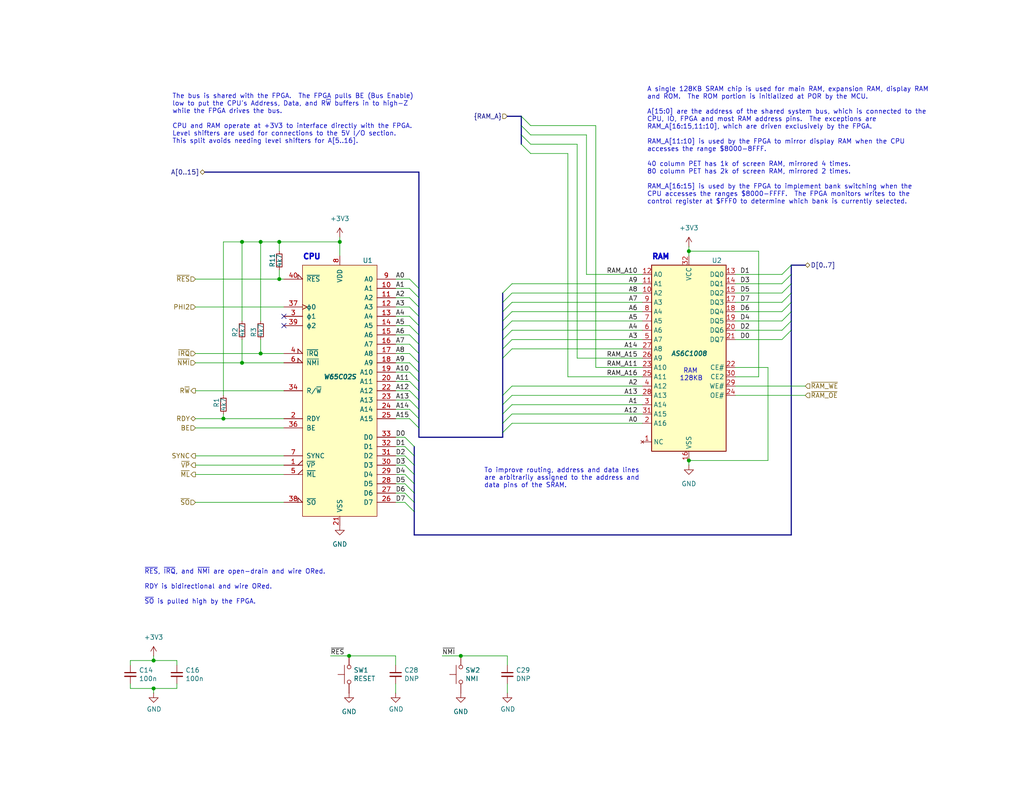
<source format=kicad_sch>
(kicad_sch (version 20231120) (generator "eeschema") (generator_version "8.0")
  (paper "A")
  (title_block (title "EconoPET 40/8096") (date "2023-10-01") (rev "A"))
  (lib_symbols
    (symbol "Device:C_Small" (pin_numbers hide) (pin_names (offset 0.254) hide)
      (property "Reference" "C" (at 0.254 1.778 0))
      (property "Value" "C_Small" (at 0.254 -2.032 0))
      (symbol "C_Small_0_1"
        (polyline (pts (xy -1.524 -0.508) (xy 1.524 -0.508)) (stroke (width 0.3302)))
        (polyline (pts (xy -1.524 0.508) (xy 1.524 0.508)) (stroke (width 0.3048)))
      )
      (symbol "C_Small_1_1"
        (pin passive line (at 0 2.54 270) (length 2.032) (name "~") (number "1"))
        (pin passive line (at 0 -2.54 90) (length 2.032) (name "~") (number "2"))
      )
    )
    (symbol "Device:R_Small" (pin_numbers hide) (pin_names (offset 0.254) hide)
      (property "Reference" "R" (at 0.762 0.508 0))
      (property "Value" "R_Small" (at 0.762 -1.016 0))
      (symbol "R_Small_0_1"
        (rectangle (start -0.762 1.778) (end 0.762 -1.778) (stroke (width 0.2032)))
      )
      (symbol "R_Small_1_1"
        (pin passive line (at 0 2.54 270) (length 0.762) (name "~") (number "1"))
        (pin passive line (at 0 -2.54 90) (length 0.762) (name "~") (number "2"))
      )
    )
    (symbol "EconoPET:AS6C1008"
      (property "Reference" "U" (at 7.62 26.67 0))
      (property "Value" "AS6C1008" (at 0 1.27 0))
      (symbol "AS6C1008_0_0"
        (pin power_in line (at 0 -27.94 90) (length 2.54) (name "VSS") (number "16"))
        (pin power_in line (at 0 27.94 270) (length 2.54) (name "VCC") (number "32"))
      )
      (symbol "AS6C1008_0_1"
        (rectangle (start -10.16 25.4) (end 10.16 -25.4) (stroke (width 0.254)) (fill (type background)))
      )
      (symbol "AS6C1008_1_1"
        (pin no_connect line (at -12.7 -22.86 0) (length 2.54) (name "NC") (number "1"))
        (pin input line (at -12.7 17.78 0) (length 2.54) (name "A2") (number "10"))
        (pin input line (at -12.7 20.32 0) (length 2.54) (name "A1") (number "11"))
        (pin input line (at -12.7 22.86 0) (length 2.54) (name "A0") (number "12"))
        (pin tri_state line (at 12.7 22.86 180) (length 2.54) (name "DQ0") (number "13"))
        (pin tri_state line (at 12.7 20.32 180) (length 2.54) (name "DQ1") (number "14"))
        (pin tri_state line (at 12.7 17.78 180) (length 2.54) (name "DQ2") (number "15"))
        (pin tri_state line (at 12.7 15.24 180) (length 2.54) (name "DQ3") (number "17"))
        (pin tri_state line (at 12.7 12.7 180) (length 2.54) (name "DQ4") (number "18"))
        (pin tri_state line (at 12.7 10.16 180) (length 2.54) (name "DQ5") (number "19"))
        (pin input line (at -12.7 -17.78 0) (length 2.54) (name "A16") (number "2"))
        (pin tri_state line (at 12.7 7.62 180) (length 2.54) (name "DQ6") (number "20"))
        (pin tri_state line (at 12.7 5.08 180) (length 2.54) (name "DQ7") (number "21"))
        (pin input line (at 12.7 -2.54 180) (length 2.54) (name "CE#") (number "22"))
        (pin input line (at -12.7 -2.54 0) (length 2.54) (name "A10") (number "23"))
        (pin input line (at 12.7 -10.16 180) (length 2.54) (name "OE#") (number "24"))
        (pin input line (at -12.7 -5.08 0) (length 2.54) (name "A11") (number "25"))
        (pin input line (at -12.7 0 0) (length 2.54) (name "A9") (number "26"))
        (pin input line (at -12.7 2.54 0) (length 2.54) (name "A8") (number "27"))
        (pin input line (at -12.7 -10.16 0) (length 2.54) (name "A13") (number "28"))
        (pin input line (at 12.7 -7.62 180) (length 2.54) (name "WE#") (number "29"))
        (pin input line (at -12.7 -12.7 0) (length 2.54) (name "A14") (number "3"))
        (pin input line (at 12.7 -5.08 180) (length 2.54) (name "CE2") (number "30"))
        (pin input line (at -12.7 -15.24 0) (length 2.54) (name "A15") (number "31"))
        (pin input line (at -12.7 -7.62 0) (length 2.54) (name "A12") (number "4"))
        (pin input line (at -12.7 5.08 0) (length 2.54) (name "A7") (number "5"))
        (pin input line (at -12.7 7.62 0) (length 2.54) (name "A6") (number "6"))
        (pin input line (at -12.7 10.16 0) (length 2.54) (name "A5") (number "7"))
        (pin input line (at -12.7 12.7 0) (length 2.54) (name "A4") (number "8"))
        (pin input line (at -12.7 15.24 0) (length 2.54) (name "A3") (number "9"))
      )
    )
    (symbol "EconoPET:W65C02S" (pin_names (offset 1.016))
      (property "Reference" "U" (at 7.62 35.56 0))
      (property "Value" "W65C02S" (at 0 3.81 0))
      (symbol "W65C02S_0_1"
        (rectangle (start -10.16 34.29) (end 10.16 -34.29) (fill (type background)))
      )
      (symbol "W65C02S_1_1"
        (pin output output_low (at -15.24 -20.32 0) (length 5.08) (name "~{VP}") (number "1"))
        (pin tri_state line (at 15.24 27.94 180) (length 5.08) (name "A1") (number "10"))
        (pin tri_state line (at 15.24 25.4 180) (length 5.08) (name "A2") (number "11"))
        (pin tri_state line (at 15.24 22.86 180) (length 5.08) (name "A3") (number "12"))
        (pin tri_state line (at 15.24 20.32 180) (length 5.08) (name "A4") (number "13"))
        (pin tri_state line (at 15.24 17.78 180) (length 5.08) (name "A5") (number "14"))
        (pin tri_state line (at 15.24 15.24 180) (length 5.08) (name "A6") (number "15"))
        (pin tri_state line (at 15.24 12.7 180) (length 5.08) (name "A7") (number "16"))
        (pin tri_state line (at 15.24 10.16 180) (length 5.08) (name "A8") (number "17"))
        (pin tri_state line (at 15.24 7.62 180) (length 5.08) (name "A9") (number "18"))
        (pin tri_state line (at 15.24 5.08 180) (length 5.08) (name "A10") (number "19"))
        (pin open_collector line (at -15.24 -7.62 0) (length 5.08) (name "RDY") (number "2"))
        (pin tri_state line (at 15.24 2.54 180) (length 5.08) (name "A11") (number "20"))
        (pin power_in line (at 0 -36.83 90) (length 2.54) (name "VSS") (number "21"))
        (pin tri_state line (at 15.24 0 180) (length 5.08) (name "A12") (number "22"))
        (pin tri_state line (at 15.24 -2.54 180) (length 5.08) (name "A13") (number "23"))
        (pin tri_state line (at 15.24 -5.08 180) (length 5.08) (name "A14") (number "24"))
        (pin tri_state line (at 15.24 -7.62 180) (length 5.08) (name "A15") (number "25"))
        (pin bidirectional line (at 15.24 -30.48 180) (length 5.08) (name "D7") (number "26"))
        (pin bidirectional line (at 15.24 -27.94 180) (length 5.08) (name "D6") (number "27"))
        (pin bidirectional line (at 15.24 -25.4 180) (length 5.08) (name "D5") (number "28"))
        (pin bidirectional line (at 15.24 -22.86 180) (length 5.08) (name "D4") (number "29"))
        (pin output line (at -15.24 20.32 0) (length 5.08) (name "ϕ1") (number "3"))
        (pin bidirectional line (at 15.24 -20.32 180) (length 5.08) (name "D3") (number "30"))
        (pin bidirectional line (at 15.24 -17.78 180) (length 5.08) (name "D2") (number "31"))
        (pin bidirectional line (at 15.24 -15.24 180) (length 5.08) (name "D1") (number "32"))
        (pin bidirectional line (at 15.24 -12.7 180) (length 5.08) (name "D0") (number "33"))
        (pin tri_state line (at -15.24 0 0) (length 5.08) (name "R/~{W}") (number "34"))
        (pin no_connect non_logic (at -10.16 -27.94 0) (length 2.54) hide (name "nc") (number "35"))
        (pin input line (at -15.24 -10.16 0) (length 5.08) (name "BE") (number "36"))
        (pin input clock (at -15.24 22.86 0) (length 5.08) (name "ϕ0") (number "37"))
        (pin input input_low (at -15.24 -30.48 0) (length 5.08) (name "~{SO}") (number "38"))
        (pin output line (at -15.24 17.78 0) (length 5.08) (name "ϕ2") (number "39"))
        (pin input input_low (at -15.24 10.16 0) (length 5.08) (name "~{IRQ}") (number "4"))
        (pin input input_low (at -15.24 30.48 0) (length 5.08) (name "~{RES}") (number "40"))
        (pin output output_low (at -15.24 -22.86 0) (length 5.08) (name "~{ML}") (number "5"))
        (pin input input_low (at -15.24 7.62 0) (length 5.08) (name "~{NMI}") (number "6"))
        (pin output line (at -15.24 -17.78 0) (length 5.08) (name "SYNC") (number "7"))
        (pin power_in line (at 0 36.83 270) (length 2.54) (name "VDD") (number "8"))
        (pin tri_state line (at 15.24 30.48 180) (length 5.08) (name "A0") (number "9"))
      )
    )
    (symbol "Switch:SW_Push" (pin_numbers hide) (pin_names (offset 1.016) hide)
      (property "Reference" "SW" (at 1.27 2.54 0))
      (property "Value" "SW_Push" (at 0 -1.524 0))
      (symbol "SW_Push_0_1"
        (circle (center -2.032 0) (radius 0.508))
        (polyline (pts (xy 0 1.27) (xy 0 3.048)))
        (polyline (pts (xy 2.54 1.27) (xy -2.54 1.27)))
        (circle (center 2.032 0) (radius 0.508))
        (pin passive line (at -5.08 0 0) (length 2.54) (name "1") (number "1"))
        (pin passive line (at 5.08 0 180) (length 2.54) (name "2") (number "2"))
      )
    )
    (symbol "power:+3V3" (power) (pin_numbers hide) (pin_names (offset 0) hide)
      (property "Value" "+3V3" (at 0 3.556 0))
      (symbol "+3V3_0_1"
        (polyline (pts (xy -0.762 1.27) (xy 0 2.54)))
        (polyline (pts (xy 0 0) (xy 0 2.54)))
        (polyline (pts (xy 0 2.54) (xy 0.762 1.27)))
      )
      (symbol "+3V3_1_1"
        (pin power_in line (at 0 0 90) (length 0) (name "~") (number "1"))
      )
    )
    (symbol "power:GND" (power) (pin_numbers hide) (pin_names (offset 0) hide)
      (property "Value" "GND" (at 0 -3.81 0))
      (symbol "GND_0_1"
        (polyline (pts (xy 0 0) (xy 0 -1.27) (xy 1.27 -1.27) (xy 0 -2.54) (xy -1.27 -1.27) (xy 0 -1.27)))
      )
      (symbol "GND_1_1"
        (pin power_in line (at 0 0 270) (length 0) (name "~") (number "1"))
      )
    )
  )
  (bus_alias "RAM_A" (members "RAM_A10" "RAM_A11" "RAM_A15" "RAM_A16"))
  (junction (at 41.91 180.34))
  (junction (at 187.96 68.58))
  (junction (at 187.96 125.73))
  (junction (at 76.2 66.04))
  (junction (at 92.71 66.04))
  (junction (at 76.2 76.2))
  (junction (at 71.12 96.52))
  (junction (at 95.25 179.07))
  (junction (at 71.12 66.04))
  (junction (at 60.96 114.3))
  (junction (at 41.91 187.96))
  (junction (at 125.73 179.07))
  (junction (at 66.04 99.06))
  (junction (at 66.04 66.04))
  (no_connect (at 77.47 86.36))
  (no_connect (at 77.47 88.9))
  (bus_entry (at 144.78 39.37) (size -2.54 -2.54))
  (bus_entry (at 110.49 119.38) (size 2.54 2.54))
  (bus_entry (at 213.36 87.63) (size 2.54 -2.54))
  (bus_entry (at 110.49 124.46) (size 2.54 2.54))
  (bus_entry (at 139.7 92.71) (size -2.54 2.54))
  (bus_entry (at 111.76 83.82) (size 2.54 2.54))
  (bus_entry (at 139.7 115.57) (size -2.54 2.54))
  (bus_entry (at 110.49 132.08) (size 2.54 2.54))
  (bus_entry (at 139.7 90.17) (size -2.54 2.54))
  (bus_entry (at 111.76 101.6) (size 2.54 2.54))
  (bus_entry (at 111.76 93.98) (size 2.54 2.54))
  (bus_entry (at 111.76 88.9) (size 2.54 2.54))
  (bus_entry (at 110.49 137.16) (size 2.54 2.54))
  (bus_entry (at 110.49 127) (size 2.54 2.54))
  (bus_entry (at 213.36 90.17) (size 2.54 -2.54))
  (bus_entry (at 139.7 110.49) (size -2.54 2.54))
  (bus_entry (at 111.76 76.2) (size 2.54 2.54))
  (bus_entry (at 144.78 36.83) (size -2.54 -2.54))
  (bus_entry (at 144.78 34.29) (size -2.54 -2.54))
  (bus_entry (at 111.76 78.74) (size 2.54 2.54))
  (bus_entry (at 139.7 87.63) (size -2.54 2.54))
  (bus_entry (at 139.7 80.01) (size -2.54 2.54))
  (bus_entry (at 144.78 41.91) (size -2.54 -2.54))
  (bus_entry (at 213.36 92.71) (size 2.54 -2.54))
  (bus_entry (at 213.36 85.09) (size 2.54 -2.54))
  (bus_entry (at 139.7 82.55) (size -2.54 2.54))
  (bus_entry (at 139.7 105.41) (size -2.54 2.54))
  (bus_entry (at 213.36 77.47) (size 2.54 -2.54))
  (bus_entry (at 110.49 121.92) (size 2.54 2.54))
  (bus_entry (at 111.76 99.06) (size 2.54 2.54))
  (bus_entry (at 111.76 91.44) (size 2.54 2.54))
  (bus_entry (at 111.76 96.52) (size 2.54 2.54))
  (bus_entry (at 111.76 104.14) (size 2.54 2.54))
  (bus_entry (at 110.49 129.54) (size 2.54 2.54))
  (bus_entry (at 213.36 74.93) (size 2.54 -2.54))
  (bus_entry (at 139.7 107.95) (size -2.54 2.54))
  (bus_entry (at 111.76 114.3) (size 2.54 2.54))
  (bus_entry (at 213.36 82.55) (size 2.54 -2.54))
  (bus_entry (at 139.7 95.25) (size -2.54 2.54))
  (bus_entry (at 111.76 106.68) (size 2.54 2.54))
  (bus_entry (at 111.76 111.76) (size 2.54 2.54))
  (bus_entry (at 110.49 134.62) (size 2.54 2.54))
  (bus_entry (at 139.7 85.09) (size -2.54 2.54))
  (bus_entry (at 139.7 113.03) (size -2.54 2.54))
  (bus_entry (at 213.36 80.01) (size 2.54 -2.54))
  (bus_entry (at 111.76 86.36) (size 2.54 2.54))
  (bus_entry (at 111.76 109.22) (size 2.54 2.54))
  (bus_entry (at 139.7 77.47) (size -2.54 2.54))
  (bus_entry (at 111.76 81.28) (size 2.54 2.54))
  (bus (pts (xy 142.24 34.29) (xy 142.24 36.83)))
  (wire (pts (xy 187.96 68.58) (xy 207.01 68.58)))
  (bus (pts (xy 215.9 77.47) (xy 215.9 80.01)))
  (bus (pts (xy 114.3 46.99) (xy 55.88 46.99)))
  (bus (pts (xy 215.9 72.39) (xy 219.71 72.39)))
  (wire (pts (xy 35.56 180.34) (xy 35.56 181.61)))
  (wire (pts (xy 66.04 92.71) (xy 66.04 99.06)))
  (wire (pts (xy 187.96 127) (xy 187.96 125.73)))
  (wire (pts (xy 200.66 102.87) (xy 207.01 102.87)))
  (bus (pts (xy 137.16 80.01) (xy 137.16 82.55)))
  (wire (pts (xy 139.7 80.01) (xy 175.26 80.01)))
  (wire (pts (xy 209.55 125.73) (xy 187.96 125.73)))
  (wire (pts (xy 107.95 88.9) (xy 111.76 88.9)))
  (wire (pts (xy 200.66 92.71) (xy 213.36 92.71)))
  (wire (pts (xy 66.04 66.04) (xy 66.04 87.63)))
  (wire (pts (xy 107.95 86.36) (xy 111.76 86.36)))
  (wire (pts (xy 41.91 179.07) (xy 41.91 180.34)))
  (bus (pts (xy 114.3 93.98) (xy 114.3 96.52)))
  (bus (pts (xy 114.3 83.82) (xy 114.3 86.36)))
  (wire (pts (xy 107.95 129.54) (xy 110.49 129.54)))
  (wire (pts (xy 107.95 127) (xy 110.49 127)))
  (bus (pts (xy 114.3 109.22) (xy 114.3 111.76)))
  (bus (pts (xy 114.3 91.44) (xy 114.3 93.98)))
  (wire (pts (xy 200.66 85.09) (xy 213.36 85.09)))
  (bus (pts (xy 137.16 90.17) (xy 137.16 92.71)))
  (wire (pts (xy 200.66 100.33) (xy 209.55 100.33)))
  (wire (pts (xy 107.95 93.98) (xy 111.76 93.98)))
  (bus (pts (xy 114.3 81.28) (xy 114.3 83.82)))
  (wire (pts (xy 139.7 105.41) (xy 175.26 105.41)))
  (bus (pts (xy 215.9 87.63) (xy 215.9 90.17)))
  (wire (pts (xy 107.95 104.14) (xy 111.76 104.14)))
  (bus (pts (xy 114.3 111.76) (xy 114.3 114.3)))
  (bus (pts (xy 215.9 82.55) (xy 215.9 85.09)))
  (wire (pts (xy 77.47 116.84) (xy 53.34 116.84)))
  (wire (pts (xy 219.71 107.95) (xy 200.66 107.95)))
  (wire (pts (xy 207.01 68.58) (xy 207.01 102.87)))
  (bus (pts (xy 114.3 101.6) (xy 114.3 104.14)))
  (wire (pts (xy 107.95 111.76) (xy 111.76 111.76)))
  (bus (pts (xy 137.16 92.71) (xy 137.16 95.25)))
  (wire (pts (xy 107.95 81.28) (xy 111.76 81.28)))
  (wire (pts (xy 66.04 66.04) (xy 71.12 66.04)))
  (wire (pts (xy 139.7 90.17) (xy 175.26 90.17)))
  (bus (pts (xy 215.9 74.93) (xy 215.9 77.47)))
  (bus (pts (xy 114.3 116.84) (xy 114.3 119.38)))
  (wire (pts (xy 219.71 105.41) (xy 200.66 105.41)))
  (wire (pts (xy 71.12 96.52) (xy 71.12 92.71)))
  (wire (pts (xy 53.34 129.54) (xy 77.47 129.54)))
  (wire (pts (xy 139.7 115.57) (xy 175.26 115.57)))
  (wire (pts (xy 48.26 186.69) (xy 48.26 187.96)))
  (bus (pts (xy 114.3 104.14) (xy 114.3 106.68)))
  (wire (pts (xy 77.47 106.68) (xy 53.34 106.68)))
  (bus (pts (xy 137.16 113.03) (xy 137.16 115.57)))
  (bus (pts (xy 142.24 36.83) (xy 142.24 39.37)))
  (wire (pts (xy 175.26 97.79) (xy 157.48 97.79)))
  (wire (pts (xy 139.7 77.47) (xy 175.26 77.47)))
  (wire (pts (xy 139.7 85.09) (xy 175.26 85.09)))
  (wire (pts (xy 107.95 121.92) (xy 110.49 121.92)))
  (wire (pts (xy 187.96 67.31) (xy 187.96 68.58)))
  (wire (pts (xy 162.56 34.29) (xy 162.56 100.33)))
  (wire (pts (xy 125.73 179.07) (xy 138.43 179.07)))
  (wire (pts (xy 107.95 96.52) (xy 111.76 96.52)))
  (bus (pts (xy 114.3 88.9) (xy 114.3 91.44)))
  (bus (pts (xy 114.3 96.52) (xy 114.3 99.06)))
  (wire (pts (xy 60.96 107.95) (xy 60.96 66.04)))
  (wire (pts (xy 53.34 114.3) (xy 60.96 114.3)))
  (wire (pts (xy 144.78 36.83) (xy 160.02 36.83)))
  (bus (pts (xy 137.16 82.55) (xy 137.16 85.09)))
  (bus (pts (xy 113.03 129.54) (xy 113.03 132.08)))
  (wire (pts (xy 187.96 68.58) (xy 187.96 69.85)))
  (wire (pts (xy 107.95 132.08) (xy 110.49 132.08)))
  (wire (pts (xy 53.34 127) (xy 77.47 127)))
  (bus (pts (xy 114.3 114.3) (xy 114.3 116.84)))
  (bus (pts (xy 114.3 78.74) (xy 114.3 46.99)))
  (bus (pts (xy 113.03 146.05) (xy 113.03 139.7)))
  (wire (pts (xy 35.56 187.96) (xy 41.91 187.96)))
  (wire (pts (xy 139.7 107.95) (xy 175.26 107.95)))
  (bus (pts (xy 113.03 124.46) (xy 113.03 127)))
  (bus (pts (xy 114.3 106.68) (xy 114.3 109.22)))
  (wire (pts (xy 160.02 74.93) (xy 175.26 74.93)))
  (wire (pts (xy 76.2 66.04) (xy 92.71 66.04)))
  (bus (pts (xy 114.3 78.74) (xy 114.3 81.28)))
  (wire (pts (xy 53.34 99.06) (xy 66.04 99.06)))
  (wire (pts (xy 160.02 36.83) (xy 160.02 74.93)))
  (wire (pts (xy 95.25 179.07) (xy 107.95 179.07)))
  (wire (pts (xy 139.7 87.63) (xy 175.26 87.63)))
  (bus (pts (xy 113.03 132.08) (xy 113.03 134.62)))
  (wire (pts (xy 41.91 189.23) (xy 41.91 187.96)))
  (wire (pts (xy 139.7 113.03) (xy 175.26 113.03)))
  (bus (pts (xy 137.16 110.49) (xy 137.16 113.03)))
  (wire (pts (xy 107.95 76.2) (xy 111.76 76.2)))
  (bus (pts (xy 137.16 87.63) (xy 137.16 90.17)))
  (wire (pts (xy 144.78 34.29) (xy 162.56 34.29)))
  (bus (pts (xy 142.24 31.75) (xy 142.24 34.29)))
  (wire (pts (xy 200.66 90.17) (xy 213.36 90.17)))
  (wire (pts (xy 144.78 41.91) (xy 154.94 41.91)))
  (bus (pts (xy 113.03 127) (xy 113.03 129.54)))
  (wire (pts (xy 200.66 74.93) (xy 213.36 74.93)))
  (wire (pts (xy 53.34 76.2) (xy 76.2 76.2)))
  (bus (pts (xy 113.03 121.92) (xy 113.03 124.46)))
  (wire (pts (xy 107.95 189.23) (xy 107.95 186.69)))
  (wire (pts (xy 139.7 92.71) (xy 175.26 92.71)))
  (wire (pts (xy 200.66 80.01) (xy 213.36 80.01)))
  (bus (pts (xy 138.43 31.75) (xy 142.24 31.75)))
  (wire (pts (xy 200.66 82.55) (xy 213.36 82.55)))
  (wire (pts (xy 41.91 180.34) (xy 48.26 180.34)))
  (bus (pts (xy 137.16 115.57) (xy 137.16 118.11)))
  (bus (pts (xy 114.3 86.36) (xy 114.3 88.9)))
  (wire (pts (xy 77.47 83.82) (xy 53.34 83.82)))
  (wire (pts (xy 157.48 97.79) (xy 157.48 39.37)))
  (wire (pts (xy 60.96 113.03) (xy 60.96 114.3)))
  (wire (pts (xy 138.43 189.23) (xy 138.43 186.69)))
  (bus (pts (xy 114.3 99.06) (xy 114.3 101.6)))
  (wire (pts (xy 53.34 96.52) (xy 71.12 96.52)))
  (wire (pts (xy 107.95 99.06) (xy 111.76 99.06)))
  (wire (pts (xy 71.12 66.04) (xy 76.2 66.04)))
  (wire (pts (xy 92.71 66.04) (xy 92.71 69.85)))
  (bus (pts (xy 137.16 85.09) (xy 137.16 87.63)))
  (wire (pts (xy 92.71 64.77) (xy 92.71 66.04)))
  (bus (pts (xy 215.9 85.09) (xy 215.9 87.63)))
  (wire (pts (xy 138.43 181.61) (xy 138.43 179.07)))
  (wire (pts (xy 48.26 180.34) (xy 48.26 181.61)))
  (wire (pts (xy 154.94 41.91) (xy 154.94 102.87)))
  (wire (pts (xy 35.56 186.69) (xy 35.56 187.96)))
  (bus (pts (xy 137.16 119.38) (xy 137.16 118.11)))
  (wire (pts (xy 107.95 124.46) (xy 110.49 124.46)))
  (wire (pts (xy 107.95 101.6) (xy 111.76 101.6)))
  (wire (pts (xy 200.66 77.47) (xy 213.36 77.47)))
  (wire (pts (xy 35.56 180.34) (xy 41.91 180.34)))
  (wire (pts (xy 107.95 114.3) (xy 111.76 114.3)))
  (wire (pts (xy 144.78 39.37) (xy 157.48 39.37)))
  (bus (pts (xy 215.9 146.05) (xy 113.03 146.05)))
  (bus (pts (xy 215.9 80.01) (xy 215.9 82.55)))
  (wire (pts (xy 53.34 137.16) (xy 77.47 137.16)))
  (wire (pts (xy 107.95 91.44) (xy 111.76 91.44)))
  (wire (pts (xy 107.95 78.74) (xy 111.76 78.74)))
  (bus (pts (xy 113.03 134.62) (xy 113.03 137.16)))
  (wire (pts (xy 107.95 134.62) (xy 110.49 134.62)))
  (wire (pts (xy 139.7 82.55) (xy 175.26 82.55)))
  (wire (pts (xy 66.04 99.06) (xy 77.47 99.06)))
  (wire (pts (xy 209.55 100.33) (xy 209.55 125.73)))
  (wire (pts (xy 41.91 187.96) (xy 48.26 187.96)))
  (wire (pts (xy 107.95 83.82) (xy 111.76 83.82)))
  (wire (pts (xy 154.94 102.87) (xy 175.26 102.87)))
  (wire (pts (xy 139.7 95.25) (xy 175.26 95.25)))
  (bus (pts (xy 114.3 119.38) (xy 137.16 119.38)))
  (wire (pts (xy 107.95 137.16) (xy 110.49 137.16)))
  (wire (pts (xy 60.96 114.3) (xy 77.47 114.3)))
  (wire (pts (xy 200.66 87.63) (xy 213.36 87.63)))
  (wire (pts (xy 107.95 119.38) (xy 110.49 119.38)))
  (wire (pts (xy 139.7 110.49) (xy 175.26 110.49)))
  (wire (pts (xy 71.12 66.04) (xy 71.12 87.63)))
  (bus (pts (xy 113.03 137.16) (xy 113.03 139.7)))
  (wire (pts (xy 107.95 109.22) (xy 111.76 109.22)))
  (wire (pts (xy 60.96 66.04) (xy 66.04 66.04)))
  (bus (pts (xy 215.9 90.17) (xy 215.9 146.05)))
  (wire (pts (xy 90.17 179.07) (xy 95.25 179.07)))
  (bus (pts (xy 137.16 107.95) (xy 137.16 110.49)))
  (bus (pts (xy 137.16 97.79) (xy 137.16 107.95)))
  (wire (pts (xy 107.95 106.68) (xy 111.76 106.68)))
  (wire (pts (xy 120.65 179.07) (xy 125.73 179.07)))
  (wire (pts (xy 76.2 76.2) (xy 77.47 76.2)))
  (wire (pts (xy 76.2 66.04) (xy 76.2 68.58)))
  (wire (pts (xy 76.2 73.66) (xy 76.2 76.2)))
  (bus (pts (xy 215.9 72.39) (xy 215.9 74.93)))
  (wire (pts (xy 162.56 100.33) (xy 175.26 100.33)))
  (wire (pts (xy 107.95 179.07) (xy 107.95 181.61)))
  (wire (pts (xy 71.12 96.52) (xy 77.47 96.52)))
  (bus (pts (xy 137.16 95.25) (xy 137.16 97.79)))
  (wire (pts (xy 53.34 124.46) (xy 77.47 124.46)))
  (text "RAM" (at 177.8 71.12 0) (effects (font (size 1.5 1.5) (thickness 0.8) (bold yes)) (justify left bottom)))
  (text "A single 128KB SRAM chip is used for main RAM, expansion RAM, display RAM\nand ROM.  The ROM portion is initialized at POR by the MCU.\n\nA[15:0] are the address of the shared system bus, which is connected to the\nCPU, IO, FPGA and most RAM address pins.  The exceptions are\nRAM_A[16:15,11:10], which are driven exclusively by the FPGA.\n\nRAM_A[11:10] is used by the FPGA to mirror display RAM when the CPU\naccesses the range $8000-8FFF.\n\n40 column PET has 1k of screen RAM, mirrored 4 times.\n80 column PET has 2k of screen RAM, mirrored 2 times.\n\nRAM_A[16:15] is used by the FPGA to implement bank switching when the\nCPU accesses the ranges $8000-FFFF.  The FPGA monitors writes to the\ncontrol register at $FFF0 to determine which bank is currently selected." (at 176.53 55.88 0) (effects (font (size 1.27 1.27)) (justify left bottom)))
  (text "To improve routing, address and data lines\nare arbitrarily assigned to the address and\ndata pins of the SRAM." (at 132.08 133.35 0) (effects (font (size 1.27 1.27)) (justify left bottom)))
  (text "~{RES}, ~{IRQ}, and ~{NMI} are open-drain and wire ORed.\n\nRDY is bidirectional and wire ORed.\n\n~{SO} is pulled high by the FPGA." (at 39.37 165.1 0) (effects (font (size 1.27 1.27)) (justify left bottom)))
  (text " RAM\n128KB" (at 185.42 104.14 0) (effects (font (size 1.27 1.27)) (justify left bottom)))
  (text "CPU" (at 82.55 71.12 0) (effects (font (size 1.5 1.5) (thickness 0.8) (bold yes)) (justify left bottom)))
  (text "The bus is shared with the FPGA.  The FPGA pulls BE (Bus Enable)\nlow to put the CPU's Address, Data, and R~{W} buffers in to high-Z\nwhile the FPGA drives the bus.\n\nCPU and RAM operate at +3V3 to interface directly with the FPGA.\nLevel shifters are used for connections to the 5V I/O section.\nThis split avoids needing level shifters for A[5..16]." (at 46.99 39.37 0) (effects (font (size 1.27 1.27)) (justify left bottom)))
  (label "D5" (at 107.95 132.08 0))
  (label "A3" (at 107.95 83.82 0))
  (label "A0" (at 107.95 76.2 0))
  (label "D0" (at 201.93 92.71 0))
  (label "RAM_A15" (at 173.99 97.79 180))
  (label "A13" (at 107.95 109.22 0))
  (label "D2" (at 107.95 124.46 0))
  (label "D5" (at 201.93 80.01 0))
  (label "RAM_A10" (at 173.99 74.93 180))
  (label "A1" (at 173.99 110.49 180))
  (label "A14" (at 173.99 95.25 180))
  (label "D0" (at 107.95 119.38 0))
  (label "D1" (at 201.93 74.93 0))
  (label "D6" (at 201.93 85.09 0))
  (label "A2" (at 173.99 105.41 180))
  (label "A12" (at 107.95 106.68 0))
  (label "A10" (at 107.95 101.6 0))
  (label "A8" (at 173.99 80.01 180))
  (label "A5" (at 107.95 88.9 0))
  (label "A14" (at 107.95 111.76 0))
  (label "A8" (at 107.95 96.52 0))
  (label "A9" (at 107.95 99.06 0))
  (label "A11" (at 107.95 104.14 0))
  (label "A0" (at 173.99 115.57 180))
  (label "RAM_A11" (at 173.99 100.33 180))
  (label "A7" (at 173.99 82.55 180))
  (label "D1" (at 107.95 121.92 0))
  (label "A4" (at 107.95 86.36 0))
  (label "A15" (at 107.95 114.3 0))
  (label "D2" (at 201.93 90.17 0))
  (label "A3" (at 173.99 92.71 180))
  (label "A13" (at 173.99 107.95 180))
  (label "RAM_A16" (at 173.99 102.87 180))
  (label "~{RES}" (at 90.17 179.07 0))
  (label "A9" (at 173.99 77.47 180))
  (label "D7" (at 107.95 137.16 0))
  (label "D3" (at 201.93 77.47 0))
  (label "D4" (at 201.93 87.63 0))
  (label "A6" (at 173.99 85.09 180))
  (label "A6" (at 107.95 91.44 0))
  (label "D6" (at 107.95 134.62 0))
  (label "D4" (at 107.95 129.54 0))
  (label "~{NMI}" (at 120.65 179.07 0))
  (label "A2" (at 107.95 81.28 0))
  (label "A12" (at 173.99 113.03 180))
  (label "D7" (at 201.93 82.55 0))
  (label "A4" (at 173.99 90.17 180))
  (label "D3" (at 107.95 127 0))
  (label "A1" (at 107.95 78.74 0))
  (label "A5" (at 173.99 87.63 180))
  (label "A7" (at 107.95 93.98 0))
  (hierarchical_label "~{VP}" (shape output) (at 53.34 127 180))
  (hierarchical_label "RDY" (shape bidirectional) (at 53.34 114.3 180))
  (hierarchical_label "A[0..15]" (shape bidirectional) (at 55.88 46.99 180))
  (hierarchical_label "~{IRQ}" (shape input) (at 53.34 96.52 180))
  (hierarchical_label "D[0..7]" (shape bidirectional) (at 219.71 72.39 0))
  (hierarchical_label "R~{W}" (shape output) (at 53.34 106.68 180))
  (hierarchical_label "~{RAM_OE}" (shape input) (at 219.71 107.95 0))
  (hierarchical_label "~{RES}" (shape input) (at 53.34 76.2 180))
  (hierarchical_label "~{SO}" (shape input) (at 53.34 137.16 180))
  (hierarchical_label "BE" (shape input) (at 53.34 116.84 180))
  (hierarchical_label "{RAM_A}" (shape input) (at 138.43 31.75 180))
  (hierarchical_label "~{ML}" (shape output) (at 53.34 129.54 180))
  (hierarchical_label "PHI2" (shape input) (at 53.34 83.82 180))
  (hierarchical_label "~{NMI}" (shape input) (at 53.34 99.06 180))
  (hierarchical_label "SYNC" (shape output) (at 53.34 124.46 180))
  (hierarchical_label "~{RAM_WE}" (shape input) (at 219.71 105.41 0))
  (symbol (lib_id "EconoPET:W65C02S") (at 92.71 106.68 0) (unit 1)
    (property "Reference" "U1" (at 100.33 71.12 0))
    (property "Value" "W65C02S" (at 92.71 102.87 0) (effects (font (bold yes) (italic yes))))
    (property "Footprint" "Package_DIP:DIP-40_W15.24mm_Socket" (effects (hide yes)))
    (property "Datasheet" "https://www.mouser.com/datasheet/2/436/w65c02s-2572.pdf" (effects (hide yes)))
    (property "MOUSER" "955-W65C02S6TPG-14,571-1-2199299-5" (effects (hide yes)))
  )
  (symbol (lib_id "EconoPET:AS6C1008") (at 187.96 97.79 0) (unit 1)
    (property "Reference" "U2" (at 195.58 71.12 0))
    (property "Value" "AS6C1008" (at 187.96 96.52 0) (effects (font (bold yes) (italic yes))))
    (property "Footprint" "Package_DIP:DIP-32_W15.24mm_Socket" (effects (hide yes)))
    (property "Datasheet" "https://www.mouser.com/datasheet/2/12/AS6C1008feb2007-1511508.pdf" (effects (hide yes)))
    (property "MOUSER" "913-AS6C1008-55PCN,649-DILB32P223TLF" (effects (hide yes)))
  )
  (symbol (lib_id "Device:R_Small") (at 66.04 90.17 0) (unit 1)
    (property "Reference" "R2" (at 64.135 92.075 90) (effects (justify left)))
    (property "Value" "4k7" (at 66.04 92.075 90) (effects (justify left)))
    (property "Footprint" "Resistor_SMD:R_0402_1005Metric" (effects (hide yes)))
    (property "Datasheet" "https://datasheet.lcsc.com/lcsc/2206010045_UNI-ROYAL-Uniroyal-Elec-0402WGF4701TCE_C25900.pdf" (effects (hide yes)))
    (property "LCSC" "C25900" (effects (hide yes)))
  )
  (symbol (lib_id "Device:R_Small") (at 60.96 110.49 180) (unit 1)
    (property "Reference" "R1" (at 59.055 108.585 90) (effects (justify left)))
    (property "Value" "4k7" (at 60.96 108.585 90) (effects (justify left)))
    (property "Footprint" "Resistor_SMD:R_0402_1005Metric" (effects (hide yes)))
    (property "Datasheet" "https://datasheet.lcsc.com/lcsc/2206010045_UNI-ROYAL-Uniroyal-Elec-0402WGF4701TCE_C25900.pdf" (effects (hide yes)))
    (property "LCSC" "C25900" (effects (hide yes)))
  )
  (symbol (lib_id "Device:R_Small") (at 71.12 90.17 0) (unit 1)
    (property "Reference" "R3" (at 69.215 92.075 90) (effects (justify left)))
    (property "Value" "4k7" (at 71.12 92.075 90) (effects (justify left)))
    (property "Footprint" "Resistor_SMD:R_0402_1005Metric" (effects (hide yes)))
    (property "Datasheet" "https://datasheet.lcsc.com/lcsc/2206010045_UNI-ROYAL-Uniroyal-Elec-0402WGF4701TCE_C25900.pdf" (effects (hide yes)))
    (property "LCSC" "C25900" (effects (hide yes)))
  )
  (symbol (lib_id "Device:C_Small") (at 35.56 184.15 0) (unit 1)
    (property "Reference" "C14" (at 37.8968 182.9816 0) (effects (justify left)))
    (property "Value" "100n" (at 37.8968 185.293 0) (effects (justify left)))
    (property "Footprint" "Capacitor_SMD:C_0402_1005Metric" (effects (hide yes)))
    (property "Datasheet" "https://datasheet.lcsc.com/lcsc/2304140030_Samsung-Electro-Mechanics-CL05B104KB54PNC_C307331.pdf" (effects (hide yes)))
    (property "LCSC" "C307331" (effects (hide yes)))
  )
  (symbol (lib_id "Device:C_Small") (at 48.26 184.15 0) (unit 1)
    (property "Reference" "C16" (at 50.5968 182.9816 0) (effects (justify left)))
    (property "Value" "100n" (at 50.5968 185.293 0) (effects (justify left)))
    (property "Footprint" "Capacitor_SMD:C_0402_1005Metric" (effects (hide yes)))
    (property "Datasheet" "https://datasheet.lcsc.com/lcsc/2304140030_Samsung-Electro-Mechanics-CL05B104KB54PNC_C307331.pdf" (effects (hide yes)))
    (property "LCSC" "C307331" (effects (hide yes)))
  )
  (symbol (lib_id "power:GND") (at 138.43 189.23 0) (unit 1)
    (property "Reference" "#PWR08" (effects (hide yes)))
    (property "Value" "GND" (at 138.557 193.6242 0))
    (property "Description" "Power symbol creates a global label with name \"GND\" , ground" (effects (hide yes)))
  )
  (symbol (lib_id "Device:R_Small") (at 76.2 71.12 0) (unit 1)
    (property "Reference" "R11" (at 74.295 73.025 90) (effects (justify left)))
    (property "Value" "4k7" (at 76.2 73.025 90) (effects (justify left)))
    (property "Footprint" "Resistor_SMD:R_0402_1005Metric" (effects (hide yes)))
    (property "Datasheet" "https://datasheet.lcsc.com/lcsc/2206010045_UNI-ROYAL-Uniroyal-Elec-0402WGF4701TCE_C25900.pdf" (effects (hide yes)))
    (property "LCSC" "C25900" (effects (hide yes)))
  )
  (symbol (lib_id "power:GND") (at 125.73 189.23 0) (unit 1)
    (property "Reference" "#PWR07" (effects (hide yes)))
    (property "Value" "GND" (at 125.73 194.31 0))
    (property "Description" "Power symbol creates a global label with name \"GND\" , ground" (effects (hide yes)))
  )
  (symbol (lib_id "power:GND") (at 41.91 189.23 0) (unit 1)
    (property "Reference" "#PWR02" (effects (hide yes)))
    (property "Value" "GND" (at 42.037 193.6242 0))
    (property "Description" "Power symbol creates a global label with name \"GND\" , ground" (effects (hide yes)))
  )
  (symbol (lib_id "power:GND") (at 95.25 189.23 0) (unit 1)
    (property "Reference" "#PWR05" (effects (hide yes)))
    (property "Value" "GND" (at 95.25 194.31 0))
    (property "Description" "Power symbol creates a global label with name \"GND\" , ground" (effects (hide yes)))
  )
  (symbol (lib_id "Device:C_Small") (at 107.95 184.15 0) (unit 1) (in_bom no)
    (property "Reference" "C28" (at 110.2868 182.9816 0) (effects (justify left)))
    (property "Value" "DNP" (at 110.2868 185.293 0) (effects (justify left)))
    (property "Footprint" "Capacitor_SMD:C_0603_1608Metric" (effects (hide yes)))
    (property "Datasheet" "https://datasheet.lcsc.com/lcsc/2304140030_Samsung-Electro-Mechanics-CL10A106MA8NRNC_C96446.pdf" (effects (hide yes)))
    (property "LCSC" "C96446" (effects (hide yes)))
  )
  (symbol (lib_id "Switch:SW_Push") (at 95.25 184.15 90) (unit 1)
    (property "Reference" "SW1" (at 96.4692 182.9816 90) (effects (justify right)))
    (property "Value" "RESET" (at 96.4692 185.293 90) (effects (justify right)))
    (property "Footprint" "JLCPCB:SW-TH_L6.0-W3.5-P6.50" (effects (hide yes)))
    (property "Alt-LCSC" "C457531" (effects (hide yes)))
    (property "Amazon" "https://smile.amazon.com/dp/B008DS188Y" (effects (hide yes)))
    (property "MOUSER" "611-PTS636SK43LFS" (effects (hide yes)))
  )
  (symbol (lib_id "power:GND") (at 107.95 189.23 0) (unit 1)
    (property "Reference" "#PWR06" (effects (hide yes)))
    (property "Value" "GND" (at 108.077 193.6242 0))
    (property "Description" "Power symbol creates a global label with name \"GND\" , ground" (effects (hide yes)))
  )
  (symbol (lib_id "Switch:SW_Push") (at 125.73 184.15 90) (unit 1)
    (property "Reference" "SW2" (at 126.9492 182.9816 90) (effects (justify right)))
    (property "Value" "NMI" (at 126.9492 185.293 90) (effects (justify right)))
    (property "Footprint" "JLCPCB:SW-TH_L6.0-W3.5-P6.50" (effects (hide yes)))
    (property "Alt-LCSC" "C457531" (effects (hide yes)))
    (property "Amazon" "https://smile.amazon.com/dp/B008DS188Y" (effects (hide yes)))
    (property "MOUSER" "611-PTS636SK43LFS" (effects (hide yes)))
  )
  (symbol (lib_id "power:+3V3") (at 187.96 67.31 0) (unit 1)
    (property "Reference" "#PWR09" (effects (hide yes)))
    (property "Value" "+3V3" (at 187.96 62.23 0))
    (property "Description" "Power symbol creates a global label with name \"+3V3\"" (effects (hide yes)))
  )
  (symbol (lib_id "power:GND") (at 92.71 143.51 0) (unit 1)
    (property "Reference" "#PWR04" (effects (hide yes)))
    (property "Value" "GND" (at 92.71 148.59 0))
    (property "Description" "Power symbol creates a global label with name \"GND\" , ground" (effects (hide yes)))
  )
  (symbol (lib_id "power:+3V3") (at 92.71 64.77 0) (unit 1)
    (property "Reference" "#PWR03" (effects (hide yes)))
    (property "Value" "+3V3" (at 92.71 59.69 0))
    (property "Description" "Power symbol creates a global label with name \"+3V3\"" (effects (hide yes)))
  )
  (symbol (lib_id "Device:C_Small") (at 138.43 184.15 0) (unit 1) (in_bom no)
    (property "Reference" "C29" (at 140.7668 182.9816 0) (effects (justify left)))
    (property "Value" "DNP" (at 140.7668 185.293 0) (effects (justify left)))
    (property "Footprint" "Capacitor_SMD:C_0603_1608Metric" (effects (hide yes)))
    (property "Datasheet" "https://datasheet.lcsc.com/lcsc/2304140030_Samsung-Electro-Mechanics-CL10A106MA8NRNC_C96446.pdf" (effects (hide yes)))
    (property "LCSC" "C96446" (effects (hide yes)))
  )
  (symbol (lib_id "power:GND") (at 187.96 127 0) (unit 1)
    (property "Reference" "#PWR010" (effects (hide yes)))
    (property "Value" "GND" (at 187.96 132.08 0))
    (property "Description" "Power symbol creates a global label with name \"GND\" , ground" (effects (hide yes)))
  )
  (symbol (lib_id "power:+3V3") (at 41.91 179.07 0) (unit 1)
    (property "Reference" "#PWR01" (effects (hide yes)))
    (property "Value" "+3V3" (at 41.91 173.99 0))
    (property "Description" "Power symbol creates a global label with name \"+3V3\"" (effects (hide yes)))
  )
)
</source>
